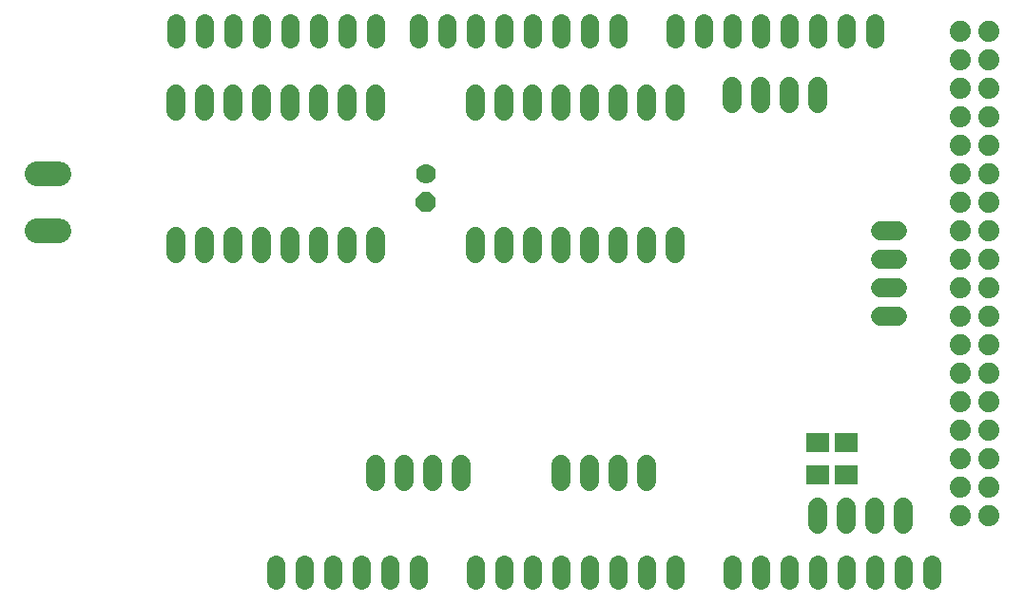
<source format=gbr>
G04 EAGLE Gerber RS-274X export*
G75*
%MOMM*%
%FSLAX34Y34*%
%LPD*%
%INSoldermask Top*%
%IPPOS*%
%AMOC8*
5,1,8,0,0,1.08239X$1,22.5*%
G01*
%ADD10C,1.727200*%
%ADD11R,2.006200X1.803200*%
%ADD12C,2.184400*%
%ADD13P,1.924489X8X292.500000*%
%ADD14C,1.778000*%
%ADD15C,1.625600*%
%ADD16C,1.879600*%
%ADD17C,1.711200*%


D10*
X482600Y121920D02*
X482600Y106680D01*
X457200Y106680D02*
X457200Y121920D01*
X431800Y121920D02*
X431800Y106680D01*
X406400Y106680D02*
X406400Y121920D01*
X647700Y121920D02*
X647700Y106680D01*
X622300Y106680D02*
X622300Y121920D01*
X596900Y121920D02*
X596900Y106680D01*
X571500Y106680D02*
X571500Y121920D01*
D11*
X825500Y112780D03*
X825500Y141220D03*
X800100Y112780D03*
X800100Y141220D03*
D10*
X855980Y330200D02*
X871220Y330200D01*
X871220Y304800D02*
X855980Y304800D01*
X855980Y279400D02*
X871220Y279400D01*
X871220Y254000D02*
X855980Y254000D01*
X800100Y83820D02*
X800100Y68580D01*
X825500Y68580D02*
X825500Y83820D01*
X850900Y83820D02*
X850900Y68580D01*
X876300Y68580D02*
X876300Y83820D01*
X800100Y443230D02*
X800100Y458470D01*
X774700Y458470D02*
X774700Y443230D01*
X749300Y443230D02*
X749300Y458470D01*
X723900Y458470D02*
X723900Y443230D01*
D12*
X124206Y330454D02*
X104394Y330454D01*
X104394Y380746D02*
X124206Y380746D01*
D13*
X450850Y355600D03*
D14*
X450850Y381000D03*
D15*
X228600Y500888D02*
X228600Y515112D01*
X254000Y515112D02*
X254000Y500888D01*
X279400Y500888D02*
X279400Y515112D01*
X304800Y515112D02*
X304800Y500888D01*
X330200Y500888D02*
X330200Y515112D01*
X355600Y515112D02*
X355600Y500888D01*
X381000Y500888D02*
X381000Y515112D01*
X406400Y515112D02*
X406400Y500888D01*
X444500Y500888D02*
X444500Y515112D01*
X469900Y515112D02*
X469900Y500888D01*
X495300Y500888D02*
X495300Y515112D01*
X520700Y515112D02*
X520700Y500888D01*
X546100Y500888D02*
X546100Y515112D01*
X571500Y515112D02*
X571500Y500888D01*
X596900Y500888D02*
X596900Y515112D01*
X622300Y515112D02*
X622300Y500888D01*
X673100Y500888D02*
X673100Y515112D01*
X698500Y515112D02*
X698500Y500888D01*
X723900Y500888D02*
X723900Y515112D01*
X749300Y515112D02*
X749300Y500888D01*
X774700Y500888D02*
X774700Y515112D01*
X800100Y515112D02*
X800100Y500888D01*
X825500Y500888D02*
X825500Y515112D01*
X850900Y515112D02*
X850900Y500888D01*
D16*
X927100Y508000D03*
X927100Y482600D03*
X927100Y457200D03*
X927100Y431800D03*
X927100Y406400D03*
X927100Y381000D03*
X927100Y355600D03*
X927100Y330200D03*
X927100Y304800D03*
X927100Y279400D03*
X927100Y254000D03*
X927100Y228600D03*
X927100Y203200D03*
X927100Y177800D03*
X927100Y152400D03*
X927100Y127000D03*
X927100Y101600D03*
X927100Y76200D03*
X952500Y76200D03*
X952500Y101600D03*
X952500Y127000D03*
X952500Y152400D03*
X952500Y177800D03*
X952500Y203200D03*
X952500Y228600D03*
X952500Y254000D03*
X952500Y279400D03*
X952500Y304800D03*
X952500Y330200D03*
X952500Y355600D03*
X952500Y381000D03*
X952500Y406400D03*
X952500Y431800D03*
X952500Y457200D03*
X952500Y482600D03*
X952500Y508000D03*
D15*
X901700Y32512D02*
X901700Y18288D01*
X876300Y18288D02*
X876300Y32512D01*
X850900Y32512D02*
X850900Y18288D01*
X825500Y18288D02*
X825500Y32512D01*
X800100Y32512D02*
X800100Y18288D01*
X774700Y18288D02*
X774700Y32512D01*
X749300Y32512D02*
X749300Y18288D01*
X723900Y18288D02*
X723900Y32512D01*
X673100Y32512D02*
X673100Y18288D01*
X647700Y18288D02*
X647700Y32512D01*
X622300Y32512D02*
X622300Y18288D01*
X596900Y18288D02*
X596900Y32512D01*
X571500Y32512D02*
X571500Y18288D01*
X546100Y18288D02*
X546100Y32512D01*
X520700Y32512D02*
X520700Y18288D01*
X495300Y18288D02*
X495300Y32512D01*
X444500Y32512D02*
X444500Y18288D01*
X419100Y18288D02*
X419100Y32512D01*
X393700Y32512D02*
X393700Y18288D01*
X368300Y18288D02*
X368300Y32512D01*
X342900Y32512D02*
X342900Y18288D01*
X317500Y18288D02*
X317500Y32512D01*
D17*
X673100Y436960D02*
X673100Y452040D01*
X647700Y452040D02*
X647700Y436960D01*
X622300Y436960D02*
X622300Y452040D01*
X596900Y452040D02*
X596900Y436960D01*
X571500Y436960D02*
X571500Y452040D01*
X546100Y452040D02*
X546100Y436960D01*
X520700Y436960D02*
X520700Y452040D01*
X495300Y452040D02*
X495300Y436960D01*
X495300Y325040D02*
X495300Y309960D01*
X520700Y309960D02*
X520700Y325040D01*
X546100Y325040D02*
X546100Y309960D01*
X571500Y309960D02*
X571500Y325040D01*
X596900Y325040D02*
X596900Y309960D01*
X622300Y309960D02*
X622300Y325040D01*
X647700Y325040D02*
X647700Y309960D01*
X673100Y309960D02*
X673100Y325040D01*
X406400Y436960D02*
X406400Y452040D01*
X381000Y452040D02*
X381000Y436960D01*
X355600Y436960D02*
X355600Y452040D01*
X330200Y452040D02*
X330200Y436960D01*
X304800Y436960D02*
X304800Y452040D01*
X279400Y452040D02*
X279400Y436960D01*
X254000Y436960D02*
X254000Y452040D01*
X228600Y452040D02*
X228600Y436960D01*
X228600Y325040D02*
X228600Y309960D01*
X254000Y309960D02*
X254000Y325040D01*
X279400Y325040D02*
X279400Y309960D01*
X304800Y309960D02*
X304800Y325040D01*
X330200Y325040D02*
X330200Y309960D01*
X355600Y309960D02*
X355600Y325040D01*
X381000Y325040D02*
X381000Y309960D01*
X406400Y309960D02*
X406400Y325040D01*
M02*

</source>
